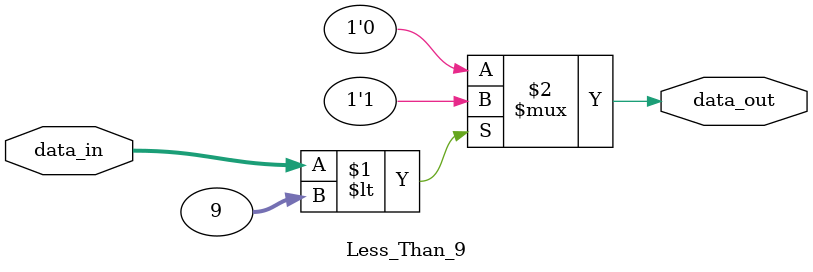
<source format=v>
module Less_Than_9(data_in, data_out);
    input [5:0] data_in;
    output data_out;

    assign data_out = (data_in < 9) ? 1'b1 : 1'b0; 
endmodule
</source>
